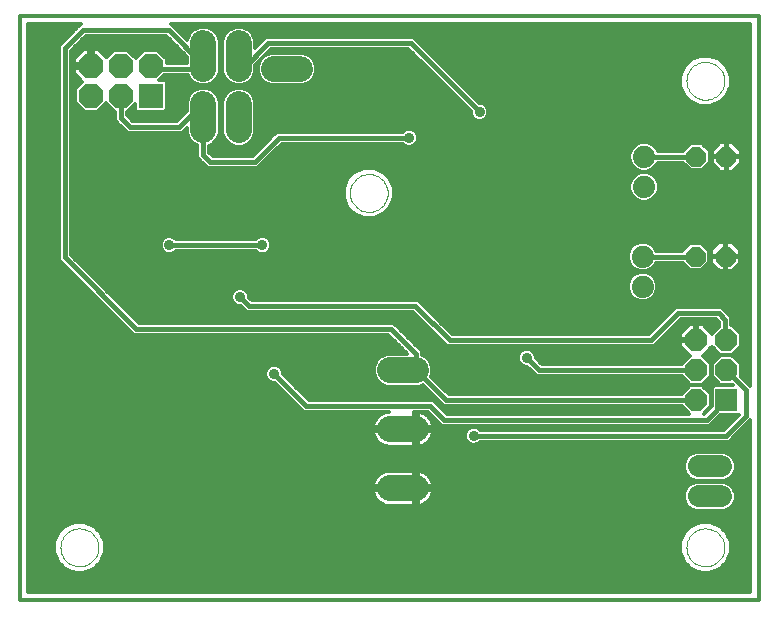
<source format=gtl>
G75*
%MOIN*%
%OFA0B0*%
%FSLAX24Y24*%
%IPPOS*%
%LPD*%
%AMOC8*
5,1,8,0,0,1.08239X$1,22.5*
%
%ADD10C,0.0120*%
%ADD11C,0.0000*%
%ADD12R,0.0740X0.0740*%
%ADD13OC8,0.0740*%
%ADD14C,0.0856*%
%ADD15OC8,0.0660*%
%ADD16C,0.0740*%
%ADD17C,0.0740*%
%ADD18OC8,0.0827*%
%ADD19R,0.0827X0.0827*%
%ADD20C,0.0354*%
%ADD21C,0.0160*%
D10*
X000185Y000357D02*
X000185Y019845D01*
X024791Y019845D01*
X024791Y000357D01*
X000185Y000357D01*
X000455Y000627D02*
X000455Y019575D01*
X002191Y019575D01*
X002076Y019460D01*
X001461Y018845D01*
X001461Y018680D01*
X001461Y011716D01*
X001578Y011599D01*
X003965Y009212D01*
X012454Y009212D01*
X013084Y008582D01*
X012408Y008582D01*
X012207Y008499D01*
X012053Y008345D01*
X011969Y008143D01*
X011969Y007925D01*
X012053Y007724D01*
X012207Y007569D01*
X012408Y007486D01*
X013483Y007486D01*
X013593Y007532D01*
X014300Y006825D01*
X015031Y006825D01*
X015040Y006834D01*
X022226Y006834D01*
X022226Y006831D01*
X022472Y006585D01*
X014391Y006585D01*
X013924Y007053D01*
X009790Y007053D01*
X008946Y007897D01*
X008946Y007970D01*
X008901Y008079D01*
X008818Y008163D01*
X008708Y008208D01*
X008590Y008208D01*
X008481Y008163D01*
X008397Y008079D01*
X008352Y007970D01*
X008352Y007852D01*
X008397Y007743D01*
X008481Y007659D01*
X008590Y007614D01*
X008663Y007614D01*
X009507Y006770D01*
X009624Y006653D01*
X012466Y006653D01*
X012380Y006639D01*
X012292Y006611D01*
X012209Y006569D01*
X012134Y006514D01*
X012069Y006449D01*
X012014Y006374D01*
X011972Y006291D01*
X011944Y006203D01*
X011931Y006126D01*
X013314Y006126D01*
X013314Y006653D01*
X013758Y006653D01*
X014109Y006303D01*
X014226Y006185D01*
X023150Y006185D01*
X023509Y006544D01*
X024125Y006544D01*
X023625Y006044D01*
X015513Y006044D01*
X015461Y006096D01*
X015352Y006141D01*
X015234Y006141D01*
X015125Y006096D01*
X015041Y006012D01*
X014996Y005903D01*
X014996Y005785D01*
X015041Y005676D01*
X015125Y005592D01*
X015234Y005547D01*
X015352Y005547D01*
X015461Y005592D01*
X015513Y005644D01*
X023791Y005644D01*
X024455Y006308D01*
X024521Y006374D01*
X024521Y000627D01*
X000455Y000627D01*
X000455Y000700D02*
X024521Y000700D01*
X024521Y000818D02*
X000455Y000818D01*
X000455Y000937D02*
X024521Y000937D01*
X024521Y001055D02*
X000455Y001055D01*
X000455Y001174D02*
X024521Y001174D01*
X024521Y001292D02*
X023195Y001292D01*
X023186Y001289D02*
X023495Y001416D01*
X023731Y001653D01*
X023859Y001961D01*
X023859Y002296D01*
X023731Y002604D01*
X023495Y002841D01*
X023186Y002968D01*
X022852Y002968D01*
X022543Y002841D01*
X022307Y002604D01*
X022179Y002296D01*
X022179Y001961D01*
X022307Y001653D01*
X022543Y001416D01*
X022852Y001289D01*
X023186Y001289D01*
X023481Y001411D02*
X024521Y001411D01*
X024521Y001529D02*
X023608Y001529D01*
X023726Y001648D02*
X024521Y001648D01*
X024521Y001766D02*
X023778Y001766D01*
X023827Y001885D02*
X024521Y001885D01*
X024521Y002003D02*
X023859Y002003D01*
X023859Y002122D02*
X024521Y002122D01*
X024521Y002240D02*
X023859Y002240D01*
X023833Y002359D02*
X024521Y002359D01*
X024521Y002477D02*
X023784Y002477D01*
X023735Y002596D02*
X024521Y002596D01*
X024521Y002714D02*
X023622Y002714D01*
X023503Y002833D02*
X024521Y002833D01*
X024521Y002951D02*
X023228Y002951D01*
X022810Y002951D02*
X002362Y002951D01*
X002320Y002968D02*
X001986Y002968D01*
X001677Y002841D01*
X001441Y002604D01*
X001313Y002296D01*
X001313Y001961D01*
X001441Y001653D01*
X001677Y001416D01*
X001986Y001289D01*
X002320Y001289D01*
X002629Y001416D01*
X002865Y001653D01*
X002993Y001961D01*
X002993Y002296D01*
X002865Y002604D01*
X002629Y002841D01*
X002320Y002968D01*
X002637Y002833D02*
X022535Y002833D01*
X022417Y002714D02*
X002755Y002714D01*
X002869Y002596D02*
X022304Y002596D01*
X022254Y002477D02*
X002918Y002477D01*
X002967Y002359D02*
X022205Y002359D01*
X022179Y002240D02*
X002993Y002240D01*
X002993Y002122D02*
X022179Y002122D01*
X022179Y002003D02*
X002993Y002003D01*
X002961Y001885D02*
X022211Y001885D01*
X022260Y001766D02*
X002912Y001766D01*
X002860Y001648D02*
X022312Y001648D01*
X022431Y001529D02*
X002741Y001529D01*
X002615Y001411D02*
X022558Y001411D01*
X022844Y001292D02*
X002328Y001292D01*
X001978Y001292D02*
X000455Y001292D01*
X000455Y001411D02*
X001692Y001411D01*
X001565Y001529D02*
X000455Y001529D01*
X000455Y001648D02*
X001446Y001648D01*
X001394Y001766D02*
X000455Y001766D01*
X000455Y001885D02*
X001345Y001885D01*
X001313Y002003D02*
X000455Y002003D01*
X000455Y002122D02*
X001313Y002122D01*
X001313Y002240D02*
X000455Y002240D01*
X000455Y002359D02*
X001339Y002359D01*
X001388Y002477D02*
X000455Y002477D01*
X000455Y002596D02*
X001437Y002596D01*
X001551Y002714D02*
X000455Y002714D01*
X000455Y002833D02*
X001669Y002833D01*
X001944Y002951D02*
X000455Y002951D01*
X000455Y003070D02*
X024521Y003070D01*
X024521Y003188D02*
X000455Y003188D01*
X000455Y003307D02*
X024521Y003307D01*
X024521Y003425D02*
X023829Y003425D01*
X023814Y003411D02*
X023952Y003549D01*
X024027Y003729D01*
X024027Y003924D01*
X023952Y004104D01*
X023814Y004242D01*
X023634Y004316D01*
X022699Y004316D01*
X022519Y004242D01*
X022381Y004104D01*
X022307Y003924D01*
X022307Y003729D01*
X022381Y003549D01*
X022519Y003411D01*
X022699Y003336D01*
X023634Y003336D01*
X023814Y003411D01*
X023947Y003544D02*
X024521Y003544D01*
X024521Y003662D02*
X023999Y003662D01*
X024027Y003781D02*
X024521Y003781D01*
X024521Y003899D02*
X024027Y003899D01*
X023988Y004018D02*
X024521Y004018D01*
X024521Y004136D02*
X023920Y004136D01*
X023784Y004255D02*
X024521Y004255D01*
X024521Y004373D02*
X023723Y004373D01*
X023634Y004336D02*
X023814Y004411D01*
X023952Y004549D01*
X024027Y004729D01*
X024027Y004924D01*
X023952Y005104D01*
X023814Y005242D01*
X023634Y005316D01*
X022699Y005316D01*
X022519Y005242D01*
X022381Y005104D01*
X022307Y004924D01*
X022307Y004729D01*
X022381Y004549D01*
X022519Y004411D01*
X022699Y004336D01*
X023634Y004336D01*
X023895Y004492D02*
X024521Y004492D01*
X024521Y004610D02*
X023978Y004610D01*
X024027Y004729D02*
X024521Y004729D01*
X024521Y004847D02*
X024027Y004847D01*
X024010Y004966D02*
X024521Y004966D01*
X024521Y005084D02*
X023961Y005084D01*
X023854Y005203D02*
X024521Y005203D01*
X024521Y005321D02*
X000455Y005321D01*
X000455Y005203D02*
X022480Y005203D01*
X022373Y005084D02*
X000455Y005084D01*
X000455Y004966D02*
X022324Y004966D01*
X022307Y004847D02*
X000455Y004847D01*
X000455Y004729D02*
X022307Y004729D01*
X022356Y004610D02*
X013662Y004610D01*
X013682Y004600D02*
X013599Y004642D01*
X013511Y004671D01*
X013434Y004683D01*
X013434Y004157D01*
X013960Y004157D01*
X013947Y004235D01*
X013919Y004323D01*
X013877Y004405D01*
X013822Y004480D01*
X013757Y004546D01*
X013682Y004600D01*
X013811Y004492D02*
X022439Y004492D01*
X022611Y004373D02*
X013893Y004373D01*
X013941Y004255D02*
X022550Y004255D01*
X022414Y004136D02*
X013434Y004136D01*
X013434Y004157D02*
X013434Y004037D01*
X013960Y004037D01*
X013947Y003959D01*
X013919Y003871D01*
X013877Y003789D01*
X013822Y003714D01*
X013757Y003648D01*
X013682Y003594D01*
X013599Y003552D01*
X013511Y003523D01*
X013434Y003511D01*
X013434Y004037D01*
X013314Y004037D01*
X013314Y003509D01*
X012471Y003509D01*
X012380Y003523D01*
X012292Y003552D01*
X012209Y003594D01*
X012134Y003648D01*
X012069Y003714D01*
X012014Y003789D01*
X011972Y003871D01*
X011944Y003959D01*
X011931Y004037D01*
X013314Y004037D01*
X013314Y004157D01*
X013314Y004685D01*
X012471Y004685D01*
X012380Y004671D01*
X012292Y004642D01*
X012209Y004600D01*
X012134Y004546D01*
X012069Y004480D01*
X012014Y004405D01*
X011972Y004323D01*
X011944Y004235D01*
X011931Y004157D01*
X013314Y004157D01*
X013434Y004157D01*
X013434Y004255D02*
X013314Y004255D01*
X013314Y004373D02*
X013434Y004373D01*
X013434Y004492D02*
X013314Y004492D01*
X013314Y004610D02*
X013434Y004610D01*
X013314Y004136D02*
X000455Y004136D01*
X000455Y004018D02*
X011934Y004018D01*
X011963Y003899D02*
X000455Y003899D01*
X000455Y003781D02*
X012020Y003781D01*
X012121Y003662D02*
X000455Y003662D01*
X000455Y003544D02*
X012317Y003544D01*
X011950Y004255D02*
X000455Y004255D01*
X000455Y004373D02*
X011998Y004373D01*
X012080Y004492D02*
X000455Y004492D01*
X000455Y004610D02*
X012229Y004610D01*
X012380Y005492D02*
X012292Y005520D01*
X012209Y005562D01*
X012134Y005617D01*
X012069Y005682D01*
X012014Y005757D01*
X011972Y005840D01*
X011944Y005928D01*
X011931Y006006D01*
X013314Y006006D01*
X013434Y006006D01*
X013434Y006126D01*
X013314Y006126D01*
X013314Y006006D01*
X013314Y005477D01*
X012471Y005477D01*
X012380Y005492D01*
X012218Y005558D02*
X000455Y005558D01*
X000455Y005440D02*
X024521Y005440D01*
X024521Y005558D02*
X015379Y005558D01*
X015207Y005558D02*
X013673Y005558D01*
X013682Y005562D02*
X013757Y005617D01*
X013822Y005682D01*
X013877Y005757D01*
X013919Y005840D01*
X013947Y005928D01*
X013960Y006006D01*
X013434Y006006D01*
X013434Y005480D01*
X013511Y005492D01*
X013599Y005520D01*
X013682Y005562D01*
X013816Y005677D02*
X015041Y005677D01*
X014996Y005795D02*
X013896Y005795D01*
X013943Y005914D02*
X015000Y005914D01*
X015061Y006032D02*
X013434Y006032D01*
X013434Y006126D02*
X013960Y006126D01*
X013947Y006203D01*
X013919Y006291D01*
X013877Y006374D01*
X013822Y006449D01*
X013757Y006514D01*
X013682Y006569D01*
X013599Y006611D01*
X013511Y006639D01*
X013434Y006651D01*
X013434Y006126D01*
X013434Y006151D02*
X013314Y006151D01*
X013314Y006269D02*
X013434Y006269D01*
X013434Y006388D02*
X013314Y006388D01*
X013314Y006506D02*
X013434Y006506D01*
X013434Y006625D02*
X013314Y006625D01*
X013556Y006625D02*
X013787Y006625D01*
X013765Y006506D02*
X013905Y006506D01*
X013867Y006388D02*
X014024Y006388D01*
X013926Y006269D02*
X014142Y006269D01*
X013956Y006151D02*
X023732Y006151D01*
X023850Y006269D02*
X023234Y006269D01*
X023352Y006388D02*
X023969Y006388D01*
X024087Y006506D02*
X023471Y006506D01*
X023142Y006743D02*
X023118Y006743D01*
X023206Y006831D02*
X022960Y006585D01*
X022985Y006585D01*
X023226Y006827D01*
X023226Y007454D01*
X023296Y007524D01*
X023943Y007524D01*
X023921Y007546D01*
X023919Y007544D01*
X023513Y007544D01*
X023226Y007831D01*
X023226Y008237D01*
X023513Y008524D01*
X023919Y008524D01*
X024206Y008237D01*
X024206Y007831D01*
X024204Y007829D01*
X024521Y007512D01*
X024521Y019575D01*
X005216Y019575D01*
X005743Y019048D01*
X005822Y019240D01*
X005976Y019394D01*
X006178Y019478D01*
X006396Y019478D01*
X006597Y019394D01*
X006752Y019240D01*
X006835Y019039D01*
X006835Y017964D01*
X006752Y017763D01*
X006597Y017609D01*
X006396Y017525D01*
X006178Y017525D01*
X005976Y017609D01*
X005822Y017763D01*
X005776Y017873D01*
X004979Y017873D01*
X004819Y017713D01*
X004994Y017713D01*
X005064Y017643D01*
X005064Y016717D01*
X004994Y016646D01*
X004068Y016646D01*
X003998Y016717D01*
X003998Y016892D01*
X003752Y016646D01*
X003731Y016646D01*
X003731Y016532D01*
X003934Y016329D01*
X005392Y016329D01*
X005739Y016676D01*
X005739Y017001D01*
X005822Y017203D01*
X005976Y017357D01*
X006178Y017440D01*
X006396Y017440D01*
X006597Y017357D01*
X006752Y017203D01*
X006835Y017001D01*
X006835Y015927D01*
X006752Y015725D01*
X006597Y015571D01*
X006462Y015515D01*
X006462Y015302D01*
X006591Y015173D01*
X007927Y015173D01*
X008621Y015868D01*
X008621Y015868D01*
X008739Y015985D01*
X012932Y015985D01*
X012984Y016037D01*
X013093Y016082D01*
X013211Y016082D01*
X013320Y016037D01*
X013404Y015953D01*
X013449Y015844D01*
X013449Y015726D01*
X013404Y015617D01*
X013320Y015533D01*
X013211Y015488D01*
X013093Y015488D01*
X012984Y015533D01*
X012932Y015585D01*
X008904Y015585D01*
X008209Y014890D01*
X008209Y014890D01*
X008092Y014773D01*
X006426Y014773D01*
X006180Y015019D01*
X006062Y015136D01*
X006062Y015536D01*
X005976Y015571D01*
X005822Y015725D01*
X005739Y015927D01*
X005739Y016111D01*
X005675Y016047D01*
X005558Y015929D01*
X003768Y015929D01*
X003448Y016249D01*
X003448Y016249D01*
X003331Y016367D01*
X003331Y016646D01*
X003310Y016646D01*
X003031Y016925D01*
X002752Y016646D01*
X002310Y016646D01*
X001998Y016959D01*
X001998Y017401D01*
X002248Y017651D01*
X001958Y017942D01*
X001958Y018120D01*
X002471Y018120D01*
X002471Y018240D01*
X002471Y018753D01*
X002294Y018753D01*
X001958Y018417D01*
X001958Y018240D01*
X002471Y018240D01*
X002591Y018240D01*
X002591Y018753D01*
X002769Y018753D01*
X003059Y018462D01*
X003310Y018713D01*
X003752Y018713D01*
X004031Y018434D01*
X004310Y018713D01*
X004752Y018713D01*
X005064Y018401D01*
X005064Y018273D01*
X005739Y018273D01*
X005739Y018486D01*
X005048Y019178D01*
X002359Y019178D01*
X001861Y018680D01*
X001861Y011882D01*
X004131Y009612D01*
X012620Y009612D01*
X012737Y009495D01*
X013574Y008658D01*
X013574Y008544D01*
X013684Y008499D01*
X013838Y008345D01*
X013922Y008143D01*
X013922Y007925D01*
X013876Y007814D01*
X014465Y007225D01*
X014866Y007225D01*
X014874Y007234D01*
X022226Y007234D01*
X022226Y007237D01*
X022513Y007524D01*
X022919Y007524D01*
X023206Y007237D01*
X023206Y006831D01*
X023206Y006862D02*
X023226Y006862D01*
X023226Y006980D02*
X023206Y006980D01*
X023206Y007099D02*
X023226Y007099D01*
X023226Y007217D02*
X023206Y007217D01*
X023226Y007336D02*
X023108Y007336D01*
X023226Y007454D02*
X022989Y007454D01*
X022919Y007544D02*
X023206Y007831D01*
X023206Y008237D01*
X022937Y008506D01*
X023244Y008813D01*
X023513Y008544D01*
X023919Y008544D01*
X024206Y008831D01*
X024206Y009237D01*
X023919Y009524D01*
X023884Y009524D01*
X023884Y009790D01*
X023766Y009907D01*
X023545Y010129D01*
X022026Y010129D01*
X021909Y010012D01*
X021131Y009234D01*
X014573Y009234D01*
X013549Y010258D01*
X013432Y010375D01*
X007895Y010375D01*
X007814Y010456D01*
X007814Y010529D01*
X007769Y010638D01*
X007686Y010722D01*
X007576Y010767D01*
X007458Y010767D01*
X007349Y010722D01*
X007265Y010638D01*
X007220Y010529D01*
X007220Y010411D01*
X007265Y010302D01*
X007349Y010218D01*
X007458Y010173D01*
X007532Y010173D01*
X007730Y009975D01*
X013266Y009975D01*
X014290Y008951D01*
X014407Y008834D01*
X021297Y008834D01*
X022192Y009729D01*
X023379Y009729D01*
X023484Y009624D01*
X023484Y009494D01*
X023244Y009255D01*
X022936Y009564D01*
X022756Y009564D01*
X022756Y009074D01*
X022676Y009074D01*
X022676Y008994D01*
X022186Y008994D01*
X022186Y008814D01*
X022495Y008506D01*
X022226Y008237D01*
X022226Y008234D01*
X017566Y008234D01*
X017362Y008438D01*
X017362Y008511D01*
X017316Y008621D01*
X017233Y008704D01*
X017124Y008749D01*
X017005Y008749D01*
X016896Y008704D01*
X016813Y008621D01*
X016767Y008511D01*
X016767Y008393D01*
X016813Y008284D01*
X016896Y008200D01*
X017005Y008155D01*
X017079Y008155D01*
X017400Y007834D01*
X022226Y007834D01*
X022226Y007831D01*
X022513Y007544D01*
X022919Y007544D01*
X022948Y007573D02*
X023485Y007573D01*
X023366Y007691D02*
X023066Y007691D01*
X023185Y007810D02*
X023248Y007810D01*
X023226Y007928D02*
X023206Y007928D01*
X023206Y008047D02*
X023226Y008047D01*
X023226Y008165D02*
X023206Y008165D01*
X023160Y008284D02*
X023273Y008284D01*
X023391Y008402D02*
X023041Y008402D01*
X022952Y008521D02*
X023510Y008521D01*
X023418Y008639D02*
X023071Y008639D01*
X023189Y008758D02*
X023300Y008758D01*
X022756Y009113D02*
X022676Y009113D01*
X022676Y009074D02*
X022676Y009564D01*
X022497Y009564D01*
X022186Y009254D01*
X022186Y009074D01*
X022676Y009074D01*
X022676Y008995D02*
X021457Y008995D01*
X021576Y009113D02*
X022186Y009113D01*
X022186Y009232D02*
X021694Y009232D01*
X021813Y009350D02*
X022283Y009350D01*
X022401Y009469D02*
X021931Y009469D01*
X022050Y009587D02*
X023484Y009587D01*
X023458Y009469D02*
X023031Y009469D01*
X023150Y009350D02*
X023339Y009350D01*
X023403Y009706D02*
X022168Y009706D01*
X021840Y009943D02*
X013864Y009943D01*
X013746Y010061D02*
X021958Y010061D01*
X021721Y009824D02*
X013983Y009824D01*
X014101Y009706D02*
X021603Y009706D01*
X021484Y009587D02*
X014220Y009587D01*
X014338Y009469D02*
X021366Y009469D01*
X021247Y009350D02*
X014457Y009350D01*
X014128Y009113D02*
X013119Y009113D01*
X013237Y008995D02*
X014246Y008995D01*
X014365Y008876D02*
X013356Y008876D01*
X013474Y008758D02*
X022243Y008758D01*
X022186Y008876D02*
X021339Y008876D01*
X022362Y008639D02*
X017298Y008639D01*
X017358Y008521D02*
X022480Y008521D01*
X022391Y008402D02*
X017398Y008402D01*
X017516Y008284D02*
X022273Y008284D01*
X022248Y007810D02*
X013881Y007810D01*
X013922Y007928D02*
X017306Y007928D01*
X017187Y008047D02*
X013922Y008047D01*
X013913Y008165D02*
X016982Y008165D01*
X016813Y008284D02*
X013864Y008284D01*
X013781Y008402D02*
X016767Y008402D01*
X016771Y008521D02*
X013631Y008521D01*
X013574Y008639D02*
X016831Y008639D01*
X014355Y007336D02*
X022325Y007336D01*
X022443Y007454D02*
X014236Y007454D01*
X014118Y007573D02*
X022485Y007573D01*
X022366Y007691D02*
X013999Y007691D01*
X013671Y007454D02*
X009389Y007454D01*
X009507Y007336D02*
X013789Y007336D01*
X013908Y007217D02*
X009626Y007217D01*
X009744Y007099D02*
X014026Y007099D01*
X013997Y006980D02*
X014145Y006980D01*
X014115Y006862D02*
X014263Y006862D01*
X014234Y006743D02*
X022314Y006743D01*
X022433Y006625D02*
X014352Y006625D01*
X013434Y005914D02*
X013314Y005914D01*
X013314Y006032D02*
X000455Y006032D01*
X000455Y005914D02*
X011948Y005914D01*
X011995Y005795D02*
X000455Y005795D01*
X000455Y005677D02*
X012075Y005677D01*
X011935Y006151D02*
X000455Y006151D01*
X000455Y006269D02*
X011965Y006269D01*
X012024Y006388D02*
X000455Y006388D01*
X000455Y006506D02*
X012126Y006506D01*
X012334Y006625D02*
X000455Y006625D01*
X000455Y006743D02*
X009534Y006743D01*
X009416Y006862D02*
X000455Y006862D01*
X000455Y006980D02*
X009297Y006980D01*
X009179Y007099D02*
X000455Y007099D01*
X000455Y007217D02*
X009060Y007217D01*
X008942Y007336D02*
X000455Y007336D01*
X000455Y007454D02*
X008823Y007454D01*
X008705Y007573D02*
X000455Y007573D01*
X000455Y007691D02*
X008449Y007691D01*
X008370Y007810D02*
X000455Y007810D01*
X000455Y007928D02*
X008352Y007928D01*
X008384Y008047D02*
X000455Y008047D01*
X000455Y008165D02*
X008486Y008165D01*
X008812Y008165D02*
X011978Y008165D01*
X011969Y008047D02*
X008915Y008047D01*
X008946Y007928D02*
X011969Y007928D01*
X012017Y007810D02*
X009033Y007810D01*
X009152Y007691D02*
X012085Y007691D01*
X012204Y007573D02*
X009270Y007573D01*
X012027Y008284D02*
X000455Y008284D01*
X000455Y008402D02*
X012110Y008402D01*
X012259Y008521D02*
X000455Y008521D01*
X000455Y008639D02*
X013027Y008639D01*
X012909Y008758D02*
X000455Y008758D01*
X000455Y008876D02*
X012790Y008876D01*
X012672Y008995D02*
X000455Y008995D01*
X000455Y009113D02*
X012553Y009113D01*
X012882Y009350D02*
X013891Y009350D01*
X014009Y009232D02*
X013000Y009232D01*
X012763Y009469D02*
X013772Y009469D01*
X013654Y009587D02*
X012645Y009587D01*
X013298Y009943D02*
X003800Y009943D01*
X003682Y010061D02*
X007643Y010061D01*
X007442Y010180D02*
X003563Y010180D01*
X003445Y010298D02*
X007269Y010298D01*
X007220Y010417D02*
X003326Y010417D01*
X003208Y010535D02*
X007223Y010535D01*
X007281Y010654D02*
X003089Y010654D01*
X002971Y010772D02*
X020438Y010772D01*
X020438Y010726D02*
X020512Y010546D01*
X020650Y010408D01*
X020830Y010333D01*
X021025Y010333D01*
X021205Y010408D01*
X021343Y010546D01*
X021418Y010726D01*
X021418Y010921D01*
X021343Y011101D01*
X021205Y011239D01*
X021025Y011313D01*
X020830Y011313D01*
X020650Y011239D01*
X020512Y011101D01*
X020438Y010921D01*
X020438Y010726D01*
X020468Y010654D02*
X007754Y010654D01*
X007812Y010535D02*
X020523Y010535D01*
X020642Y010417D02*
X007854Y010417D01*
X008196Y011895D02*
X008315Y011895D01*
X008424Y011941D01*
X008507Y012024D01*
X008553Y012133D01*
X008553Y012252D01*
X008507Y012361D01*
X008424Y012444D01*
X008315Y012490D01*
X008196Y012490D01*
X008087Y012444D01*
X008035Y012392D01*
X005375Y012392D01*
X005323Y012444D01*
X005214Y012490D01*
X005096Y012490D01*
X004987Y012444D01*
X004903Y012361D01*
X004858Y012252D01*
X004858Y012133D01*
X004903Y012024D01*
X004987Y011941D01*
X005096Y011895D01*
X005214Y011895D01*
X005323Y011941D01*
X005375Y011992D01*
X008035Y011992D01*
X008087Y011941D01*
X008196Y011895D01*
X008071Y011957D02*
X005340Y011957D01*
X004970Y011957D02*
X001861Y011957D01*
X001861Y012076D02*
X004882Y012076D01*
X004858Y012194D02*
X001861Y012194D01*
X001861Y012313D02*
X004883Y012313D01*
X004973Y012431D02*
X001861Y012431D01*
X001861Y012550D02*
X024521Y012550D01*
X024521Y012668D02*
X001861Y012668D01*
X001861Y012787D02*
X024521Y012787D01*
X024521Y012905D02*
X001861Y012905D01*
X001861Y013024D02*
X024521Y013024D01*
X024521Y013142D02*
X012068Y013142D01*
X011966Y013100D02*
X012275Y013227D01*
X012511Y013464D01*
X012639Y013772D01*
X012639Y014107D01*
X012511Y014415D01*
X012275Y014652D01*
X011966Y014779D01*
X011632Y014779D01*
X011323Y014652D01*
X011087Y014415D01*
X010959Y014107D01*
X010959Y013772D01*
X011087Y013464D01*
X011323Y013227D01*
X011632Y013100D01*
X011966Y013100D01*
X012308Y013261D02*
X024521Y013261D01*
X024521Y013379D02*
X012426Y013379D01*
X012525Y013498D02*
X024521Y013498D01*
X024521Y013616D02*
X012574Y013616D01*
X012623Y013735D02*
X020695Y013735D01*
X020699Y013730D02*
X020879Y013655D01*
X021074Y013655D01*
X021254Y013730D01*
X021392Y013868D01*
X021467Y014048D01*
X021467Y014243D01*
X021392Y014423D01*
X021254Y014561D01*
X021074Y014635D01*
X020879Y014635D01*
X020699Y014561D01*
X020562Y014423D01*
X020487Y014243D01*
X020487Y014048D01*
X020562Y013868D01*
X020699Y013730D01*
X020576Y013853D02*
X012639Y013853D01*
X012639Y013972D02*
X020519Y013972D01*
X020487Y014090D02*
X012639Y014090D01*
X012596Y014209D02*
X020487Y014209D01*
X020522Y014327D02*
X012547Y014327D01*
X012481Y014446D02*
X020584Y014446D01*
X020708Y014564D02*
X012362Y014564D01*
X012200Y014683D02*
X020814Y014683D01*
X020879Y014655D02*
X020699Y014730D01*
X020562Y014868D01*
X020487Y015048D01*
X020487Y015243D01*
X020562Y015423D01*
X020699Y015561D01*
X020879Y015635D01*
X021074Y015635D01*
X021254Y015561D01*
X021392Y015423D01*
X021424Y015345D01*
X022280Y015345D01*
X022530Y015595D01*
X022902Y015595D01*
X023166Y015332D01*
X023166Y014959D01*
X022902Y014695D01*
X022530Y014695D01*
X022280Y014945D01*
X021424Y014945D01*
X021392Y014868D01*
X021254Y014730D01*
X021074Y014655D01*
X020879Y014655D01*
X021140Y014683D02*
X023486Y014683D01*
X023513Y014655D02*
X023696Y014655D01*
X023696Y015125D01*
X023736Y015125D01*
X023736Y014655D01*
X023919Y014655D01*
X024206Y014942D01*
X024206Y015125D01*
X023736Y015125D01*
X023736Y015165D01*
X024206Y015165D01*
X024206Y015348D01*
X023919Y015635D01*
X023736Y015635D01*
X023736Y015165D01*
X023696Y015165D01*
X023696Y015125D01*
X023226Y015125D01*
X023226Y014942D01*
X023513Y014655D01*
X023696Y014683D02*
X023736Y014683D01*
X023736Y014801D02*
X023696Y014801D01*
X023696Y014920D02*
X023736Y014920D01*
X023736Y015038D02*
X023696Y015038D01*
X023696Y015157D02*
X023166Y015157D01*
X023226Y015165D02*
X023696Y015165D01*
X023696Y015635D01*
X023513Y015635D01*
X023226Y015348D01*
X023226Y015165D01*
X023226Y015275D02*
X023166Y015275D01*
X023104Y015394D02*
X023271Y015394D01*
X023390Y015512D02*
X022986Y015512D01*
X023166Y015038D02*
X023226Y015038D01*
X023249Y014920D02*
X023127Y014920D01*
X023008Y014801D02*
X023367Y014801D01*
X023736Y015157D02*
X024521Y015157D01*
X024521Y015275D02*
X024206Y015275D01*
X024161Y015394D02*
X024521Y015394D01*
X024521Y015512D02*
X024042Y015512D01*
X023924Y015631D02*
X024521Y015631D01*
X024521Y015749D02*
X013449Y015749D01*
X013440Y015868D02*
X024521Y015868D01*
X024521Y015986D02*
X013371Y015986D01*
X013410Y015631D02*
X020868Y015631D01*
X021086Y015631D02*
X023508Y015631D01*
X023696Y015631D02*
X023736Y015631D01*
X023736Y015512D02*
X023696Y015512D01*
X023696Y015394D02*
X023736Y015394D01*
X023736Y015275D02*
X023696Y015275D01*
X024206Y015038D02*
X024521Y015038D01*
X024521Y014920D02*
X024183Y014920D01*
X024065Y014801D02*
X024521Y014801D01*
X024521Y014683D02*
X023946Y014683D01*
X024521Y014564D02*
X021246Y014564D01*
X021370Y014446D02*
X024521Y014446D01*
X024521Y014327D02*
X021432Y014327D01*
X021467Y014209D02*
X024521Y014209D01*
X024521Y014090D02*
X021467Y014090D01*
X021435Y013972D02*
X024521Y013972D01*
X024521Y013853D02*
X021378Y013853D01*
X021259Y013735D02*
X024521Y013735D01*
X024521Y012431D02*
X008437Y012431D01*
X008527Y012313D02*
X020828Y012313D01*
X020830Y012313D02*
X020650Y012239D01*
X020512Y012101D01*
X020438Y011921D01*
X020438Y011726D01*
X020512Y011546D01*
X020650Y011408D01*
X020830Y011333D01*
X021025Y011333D01*
X021205Y011408D01*
X021343Y011546D01*
X021375Y011623D01*
X022255Y011623D01*
X022505Y011373D01*
X022878Y011373D01*
X023141Y011637D01*
X023141Y012010D01*
X022878Y012273D01*
X022505Y012273D01*
X022255Y012023D01*
X021375Y012023D01*
X021343Y012101D01*
X021205Y012239D01*
X021025Y012313D01*
X020830Y012313D01*
X021027Y012313D02*
X023488Y012313D01*
X023489Y012313D02*
X023201Y012026D01*
X023201Y011843D01*
X023671Y011843D01*
X023671Y011803D01*
X023201Y011803D01*
X023201Y011620D01*
X023489Y011333D01*
X023671Y011333D01*
X023671Y011803D01*
X023711Y011803D01*
X023711Y011333D01*
X023894Y011333D01*
X024181Y011620D01*
X024181Y011803D01*
X023712Y011803D01*
X023712Y011843D01*
X024181Y011843D01*
X024181Y012026D01*
X023894Y012313D01*
X023711Y012313D01*
X023711Y011843D01*
X023671Y011843D01*
X023671Y012313D01*
X023489Y012313D01*
X023369Y012194D02*
X022957Y012194D01*
X023076Y012076D02*
X023251Y012076D01*
X023201Y011957D02*
X023141Y011957D01*
X023141Y011839D02*
X023671Y011839D01*
X023712Y011839D02*
X024521Y011839D01*
X024521Y011957D02*
X024181Y011957D01*
X024132Y012076D02*
X024521Y012076D01*
X024521Y012194D02*
X024014Y012194D01*
X023895Y012313D02*
X024521Y012313D01*
X024521Y011720D02*
X024181Y011720D01*
X024163Y011602D02*
X024521Y011602D01*
X024521Y011483D02*
X024044Y011483D01*
X023926Y011365D02*
X024521Y011365D01*
X024521Y011246D02*
X021188Y011246D01*
X021100Y011365D02*
X023457Y011365D01*
X023339Y011483D02*
X022988Y011483D01*
X023106Y011602D02*
X023220Y011602D01*
X023201Y011720D02*
X023141Y011720D01*
X023671Y011720D02*
X023711Y011720D01*
X023711Y011602D02*
X023671Y011602D01*
X023671Y011483D02*
X023711Y011483D01*
X023711Y011365D02*
X023671Y011365D01*
X023671Y011957D02*
X023711Y011957D01*
X023711Y012076D02*
X023671Y012076D01*
X023671Y012194D02*
X023711Y012194D01*
X023711Y012313D02*
X023671Y012313D01*
X022426Y012194D02*
X021250Y012194D01*
X021354Y012076D02*
X022307Y012076D01*
X022277Y011602D02*
X021366Y011602D01*
X021280Y011483D02*
X022395Y011483D01*
X021381Y011009D02*
X024521Y011009D01*
X024521Y010891D02*
X021418Y010891D01*
X021418Y010772D02*
X024521Y010772D01*
X024521Y010654D02*
X021388Y010654D01*
X021332Y010535D02*
X024521Y010535D01*
X024521Y010417D02*
X021214Y010417D01*
X021317Y011128D02*
X024521Y011128D01*
X024521Y010298D02*
X013509Y010298D01*
X013549Y010258D02*
X013549Y010258D01*
X013627Y010180D02*
X024521Y010180D01*
X024521Y010061D02*
X023613Y010061D01*
X023731Y009943D02*
X024521Y009943D01*
X024521Y009824D02*
X023850Y009824D01*
X023884Y009706D02*
X024521Y009706D01*
X024521Y009587D02*
X023884Y009587D01*
X023975Y009469D02*
X024521Y009469D01*
X024521Y009350D02*
X024093Y009350D01*
X024206Y009232D02*
X024521Y009232D01*
X024521Y009113D02*
X024206Y009113D01*
X024206Y008995D02*
X024521Y008995D01*
X024521Y008876D02*
X024206Y008876D01*
X024133Y008758D02*
X024521Y008758D01*
X024521Y008639D02*
X024014Y008639D01*
X023923Y008521D02*
X024521Y008521D01*
X024521Y008402D02*
X024041Y008402D01*
X024160Y008284D02*
X024521Y008284D01*
X024521Y008165D02*
X024206Y008165D01*
X024206Y008047D02*
X024521Y008047D01*
X024521Y007928D02*
X024206Y007928D01*
X024223Y007810D02*
X024521Y007810D01*
X024521Y007691D02*
X024342Y007691D01*
X024460Y007573D02*
X024521Y007573D01*
X024521Y006269D02*
X024416Y006269D01*
X024521Y006151D02*
X024298Y006151D01*
X024179Y006032D02*
X024521Y006032D01*
X024521Y005914D02*
X024061Y005914D01*
X023942Y005795D02*
X024521Y005795D01*
X024521Y005677D02*
X023824Y005677D01*
X023024Y006625D02*
X023000Y006625D01*
X022756Y009232D02*
X022676Y009232D01*
X022676Y009350D02*
X022756Y009350D01*
X022756Y009469D02*
X022676Y009469D01*
X020438Y010891D02*
X002852Y010891D01*
X002734Y011009D02*
X020474Y011009D01*
X020539Y011128D02*
X002615Y011128D01*
X002497Y011246D02*
X020668Y011246D01*
X020755Y011365D02*
X002378Y011365D01*
X002260Y011483D02*
X020575Y011483D01*
X020489Y011602D02*
X002141Y011602D01*
X002023Y011720D02*
X020440Y011720D01*
X020438Y011839D02*
X001904Y011839D01*
X001575Y011602D02*
X000455Y011602D01*
X000455Y011720D02*
X001461Y011720D01*
X001461Y011839D02*
X000455Y011839D01*
X000455Y011957D02*
X001461Y011957D01*
X001461Y012076D02*
X000455Y012076D01*
X000455Y012194D02*
X001461Y012194D01*
X001461Y012313D02*
X000455Y012313D01*
X000455Y012431D02*
X001461Y012431D01*
X001461Y012550D02*
X000455Y012550D01*
X000455Y012668D02*
X001461Y012668D01*
X001461Y012787D02*
X000455Y012787D01*
X000455Y012905D02*
X001461Y012905D01*
X001461Y013024D02*
X000455Y013024D01*
X000455Y013142D02*
X001461Y013142D01*
X001461Y013261D02*
X000455Y013261D01*
X000455Y013379D02*
X001461Y013379D01*
X001461Y013498D02*
X000455Y013498D01*
X000455Y013616D02*
X001461Y013616D01*
X001461Y013735D02*
X000455Y013735D01*
X000455Y013853D02*
X001461Y013853D01*
X001461Y013972D02*
X000455Y013972D01*
X000455Y014090D02*
X001461Y014090D01*
X001461Y014209D02*
X000455Y014209D01*
X000455Y014327D02*
X001461Y014327D01*
X001461Y014446D02*
X000455Y014446D01*
X000455Y014564D02*
X001461Y014564D01*
X001461Y014683D02*
X000455Y014683D01*
X000455Y014801D02*
X001461Y014801D01*
X001461Y014920D02*
X000455Y014920D01*
X000455Y015038D02*
X001461Y015038D01*
X001461Y015157D02*
X000455Y015157D01*
X000455Y015275D02*
X001461Y015275D01*
X001461Y015394D02*
X000455Y015394D01*
X000455Y015512D02*
X001461Y015512D01*
X001461Y015631D02*
X000455Y015631D01*
X000455Y015749D02*
X001461Y015749D01*
X001461Y015868D02*
X000455Y015868D01*
X000455Y015986D02*
X001461Y015986D01*
X001461Y016105D02*
X000455Y016105D01*
X000455Y016223D02*
X001461Y016223D01*
X001461Y016342D02*
X000455Y016342D01*
X000455Y016460D02*
X001461Y016460D01*
X001461Y016579D02*
X000455Y016579D01*
X000455Y016697D02*
X001461Y016697D01*
X001461Y016816D02*
X000455Y016816D01*
X000455Y016934D02*
X001461Y016934D01*
X001461Y017053D02*
X000455Y017053D01*
X000455Y017171D02*
X001461Y017171D01*
X001461Y017290D02*
X000455Y017290D01*
X000455Y017408D02*
X001461Y017408D01*
X001461Y017527D02*
X000455Y017527D01*
X000455Y017645D02*
X001461Y017645D01*
X001461Y017764D02*
X000455Y017764D01*
X000455Y017882D02*
X001461Y017882D01*
X001461Y018001D02*
X000455Y018001D01*
X000455Y018119D02*
X001461Y018119D01*
X001461Y018238D02*
X000455Y018238D01*
X000455Y018356D02*
X001461Y018356D01*
X001461Y018475D02*
X000455Y018475D01*
X000455Y018593D02*
X001461Y018593D01*
X001461Y018712D02*
X000455Y018712D01*
X000455Y018830D02*
X001461Y018830D01*
X001564Y018949D02*
X000455Y018949D01*
X000455Y019067D02*
X001683Y019067D01*
X001801Y019186D02*
X000455Y019186D01*
X000455Y019304D02*
X001920Y019304D01*
X002038Y019423D02*
X000455Y019423D01*
X000455Y019541D02*
X002157Y019541D01*
X002249Y019067D02*
X005158Y019067D01*
X005277Y018949D02*
X002130Y018949D01*
X002012Y018830D02*
X005395Y018830D01*
X005514Y018712D02*
X004754Y018712D01*
X004872Y018593D02*
X005632Y018593D01*
X005739Y018475D02*
X004991Y018475D01*
X005064Y018356D02*
X005739Y018356D01*
X005822Y017764D02*
X004869Y017764D01*
X005062Y017645D02*
X005940Y017645D01*
X006175Y017527D02*
X005064Y017527D01*
X005064Y017408D02*
X006100Y017408D01*
X005909Y017290D02*
X005064Y017290D01*
X005064Y017171D02*
X005809Y017171D01*
X005760Y017053D02*
X005064Y017053D01*
X005064Y016934D02*
X005739Y016934D01*
X005739Y016816D02*
X005064Y016816D01*
X005045Y016697D02*
X005739Y016697D01*
X005641Y016579D02*
X003731Y016579D01*
X003803Y016697D02*
X004017Y016697D01*
X003998Y016816D02*
X003921Y016816D01*
X003803Y016460D02*
X005523Y016460D01*
X005404Y016342D02*
X003922Y016342D01*
X003593Y016105D02*
X001861Y016105D01*
X001861Y016223D02*
X003475Y016223D01*
X003356Y016342D02*
X001861Y016342D01*
X001861Y016460D02*
X003331Y016460D01*
X003331Y016579D02*
X001861Y016579D01*
X001861Y016697D02*
X002259Y016697D01*
X002141Y016816D02*
X001861Y016816D01*
X001861Y016934D02*
X002022Y016934D01*
X001998Y017053D02*
X001861Y017053D01*
X001861Y017171D02*
X001998Y017171D01*
X001998Y017290D02*
X001861Y017290D01*
X001861Y017408D02*
X002005Y017408D01*
X002124Y017527D02*
X001861Y017527D01*
X001861Y017645D02*
X002242Y017645D01*
X002136Y017764D02*
X001861Y017764D01*
X001861Y017882D02*
X002018Y017882D01*
X001958Y018001D02*
X001861Y018001D01*
X001861Y018119D02*
X001958Y018119D01*
X001861Y018238D02*
X002471Y018238D01*
X002471Y018356D02*
X002591Y018356D01*
X002591Y018475D02*
X002471Y018475D01*
X002471Y018593D02*
X002591Y018593D01*
X002591Y018712D02*
X002471Y018712D01*
X002252Y018712D02*
X001893Y018712D01*
X001861Y018593D02*
X002134Y018593D01*
X002015Y018475D02*
X001861Y018475D01*
X001861Y018356D02*
X001958Y018356D01*
X002810Y018712D02*
X003309Y018712D01*
X003190Y018593D02*
X002929Y018593D01*
X003047Y018475D02*
X003072Y018475D01*
X003754Y018712D02*
X004309Y018712D01*
X004190Y018593D02*
X003872Y018593D01*
X003991Y018475D02*
X004072Y018475D01*
X005250Y019541D02*
X024521Y019541D01*
X024521Y019423D02*
X007711Y019423D01*
X007779Y019394D02*
X007577Y019478D01*
X007359Y019478D01*
X007158Y019394D01*
X007003Y019240D01*
X006920Y019039D01*
X006920Y017964D01*
X007003Y017763D01*
X007158Y017609D01*
X007359Y017525D01*
X007577Y017525D01*
X007779Y017609D01*
X007933Y017763D01*
X008016Y017964D01*
X008016Y018216D01*
X008535Y018735D01*
X013118Y018735D01*
X015193Y016661D01*
X015193Y016587D01*
X015238Y016478D01*
X015321Y016394D01*
X015431Y016349D01*
X015549Y016349D01*
X015658Y016394D01*
X015742Y016478D01*
X015787Y016587D01*
X015787Y016705D01*
X015742Y016815D01*
X015658Y016898D01*
X015549Y016943D01*
X015475Y016943D01*
X013401Y019017D01*
X013284Y019135D01*
X008369Y019135D01*
X008016Y018781D01*
X008016Y019039D01*
X007933Y019240D01*
X007779Y019394D01*
X007869Y019304D02*
X024521Y019304D01*
X024521Y019186D02*
X007955Y019186D01*
X008004Y019067D02*
X008302Y019067D01*
X008183Y018949D02*
X008016Y018949D01*
X008016Y018830D02*
X008065Y018830D01*
X008339Y018538D02*
X008540Y018622D01*
X009615Y018622D01*
X009816Y018538D01*
X009970Y018384D01*
X010054Y018182D01*
X010054Y017964D01*
X009970Y017763D01*
X009816Y017609D01*
X009615Y017525D01*
X008540Y017525D01*
X008339Y017609D01*
X008184Y017763D01*
X008101Y017964D01*
X008101Y018182D01*
X008184Y018384D01*
X008339Y018538D01*
X008394Y018593D02*
X008471Y018593D01*
X008512Y018712D02*
X013142Y018712D01*
X013260Y018593D02*
X009683Y018593D01*
X009880Y018475D02*
X013379Y018475D01*
X013497Y018356D02*
X009982Y018356D01*
X010031Y018238D02*
X013616Y018238D01*
X013734Y018119D02*
X010054Y018119D01*
X010054Y018001D02*
X013853Y018001D01*
X013971Y017882D02*
X010020Y017882D01*
X009970Y017764D02*
X014090Y017764D01*
X014208Y017645D02*
X009852Y017645D01*
X009618Y017527D02*
X014327Y017527D01*
X014445Y017408D02*
X007655Y017408D01*
X007577Y017440D02*
X007359Y017440D01*
X007158Y017357D01*
X007003Y017203D01*
X006920Y017001D01*
X006920Y015927D01*
X007003Y015725D01*
X007158Y015571D01*
X007359Y015488D01*
X007577Y015488D01*
X007779Y015571D01*
X007933Y015725D01*
X008016Y015927D01*
X008016Y017001D01*
X007933Y017203D01*
X007779Y017357D01*
X007577Y017440D01*
X007580Y017527D02*
X008537Y017527D01*
X008302Y017645D02*
X007815Y017645D01*
X007933Y017764D02*
X008184Y017764D01*
X008135Y017882D02*
X007982Y017882D01*
X008016Y018001D02*
X008101Y018001D01*
X008101Y018119D02*
X008016Y018119D01*
X008038Y018238D02*
X008124Y018238D01*
X008157Y018356D02*
X008173Y018356D01*
X008275Y018475D02*
X008275Y018475D01*
X007121Y017645D02*
X006634Y017645D01*
X006752Y017764D02*
X007003Y017764D01*
X006954Y017882D02*
X006801Y017882D01*
X006835Y018001D02*
X006920Y018001D01*
X006920Y018119D02*
X006835Y018119D01*
X006835Y018238D02*
X006920Y018238D01*
X006920Y018356D02*
X006835Y018356D01*
X006835Y018475D02*
X006920Y018475D01*
X006920Y018593D02*
X006835Y018593D01*
X006835Y018712D02*
X006920Y018712D01*
X006920Y018830D02*
X006835Y018830D01*
X006835Y018949D02*
X006920Y018949D01*
X006932Y019067D02*
X006823Y019067D01*
X006774Y019186D02*
X006981Y019186D01*
X007067Y019304D02*
X006688Y019304D01*
X006529Y019423D02*
X007226Y019423D01*
X006044Y019423D02*
X005368Y019423D01*
X005487Y019304D02*
X005886Y019304D01*
X005800Y019186D02*
X005605Y019186D01*
X005724Y019067D02*
X005751Y019067D01*
X006399Y017527D02*
X007356Y017527D01*
X007281Y017408D02*
X006474Y017408D01*
X006665Y017290D02*
X007090Y017290D01*
X006990Y017171D02*
X006765Y017171D01*
X006814Y017053D02*
X006941Y017053D01*
X006920Y016934D02*
X006835Y016934D01*
X006835Y016816D02*
X006920Y016816D01*
X006920Y016697D02*
X006835Y016697D01*
X006835Y016579D02*
X006920Y016579D01*
X006920Y016460D02*
X006835Y016460D01*
X006835Y016342D02*
X006920Y016342D01*
X006920Y016223D02*
X006835Y016223D01*
X006835Y016105D02*
X006920Y016105D01*
X006920Y015986D02*
X006835Y015986D01*
X006811Y015868D02*
X006945Y015868D01*
X006994Y015749D02*
X006761Y015749D01*
X006657Y015631D02*
X007098Y015631D01*
X007301Y015512D02*
X006462Y015512D01*
X006462Y015394D02*
X008147Y015394D01*
X008266Y015512D02*
X007636Y015512D01*
X007838Y015631D02*
X008384Y015631D01*
X008503Y015749D02*
X007943Y015749D01*
X007992Y015868D02*
X008621Y015868D01*
X008831Y015512D02*
X013035Y015512D01*
X013270Y015512D02*
X020651Y015512D01*
X020549Y015394D02*
X008713Y015394D01*
X008594Y015275D02*
X020500Y015275D01*
X020487Y015157D02*
X008476Y015157D01*
X008357Y015038D02*
X020491Y015038D01*
X020540Y014920D02*
X008239Y014920D01*
X008120Y014801D02*
X020628Y014801D01*
X021326Y014801D02*
X022424Y014801D01*
X022305Y014920D02*
X021414Y014920D01*
X021404Y015394D02*
X022328Y015394D01*
X022447Y015512D02*
X021303Y015512D01*
X022543Y016968D02*
X022852Y016840D01*
X023186Y016840D01*
X023495Y016968D01*
X023731Y017204D01*
X023859Y017513D01*
X023859Y017847D01*
X023731Y018155D01*
X023495Y018392D01*
X023186Y018520D01*
X022852Y018520D01*
X022543Y018392D01*
X022307Y018155D01*
X022179Y017847D01*
X022179Y017513D01*
X022307Y017204D01*
X022543Y016968D01*
X022625Y016934D02*
X015571Y016934D01*
X015741Y016816D02*
X024521Y016816D01*
X024521Y016934D02*
X023414Y016934D01*
X023580Y017053D02*
X024521Y017053D01*
X024521Y017171D02*
X023698Y017171D01*
X023767Y017290D02*
X024521Y017290D01*
X024521Y017408D02*
X023816Y017408D01*
X023859Y017527D02*
X024521Y017527D01*
X024521Y017645D02*
X023859Y017645D01*
X023859Y017764D02*
X024521Y017764D01*
X024521Y017882D02*
X023845Y017882D01*
X023795Y018001D02*
X024521Y018001D01*
X024521Y018119D02*
X023746Y018119D01*
X023649Y018238D02*
X024521Y018238D01*
X024521Y018356D02*
X023531Y018356D01*
X023295Y018475D02*
X024521Y018475D01*
X024521Y018593D02*
X013826Y018593D01*
X013944Y018475D02*
X022743Y018475D01*
X022508Y018356D02*
X014063Y018356D01*
X014181Y018238D02*
X022389Y018238D01*
X022292Y018119D02*
X014300Y018119D01*
X014418Y018001D02*
X022243Y018001D01*
X022194Y017882D02*
X014537Y017882D01*
X014655Y017764D02*
X022179Y017764D01*
X022179Y017645D02*
X014774Y017645D01*
X014892Y017527D02*
X022179Y017527D01*
X022223Y017408D02*
X015011Y017408D01*
X015129Y017290D02*
X022272Y017290D01*
X022340Y017171D02*
X015248Y017171D01*
X015366Y017053D02*
X022459Y017053D01*
X024521Y016697D02*
X015787Y016697D01*
X015783Y016579D02*
X024521Y016579D01*
X024521Y016460D02*
X015724Y016460D01*
X015256Y016460D02*
X008016Y016460D01*
X008016Y016342D02*
X024521Y016342D01*
X024521Y016223D02*
X008016Y016223D01*
X008016Y016105D02*
X024521Y016105D01*
X024521Y018712D02*
X013707Y018712D01*
X013589Y018830D02*
X024521Y018830D01*
X024521Y018949D02*
X013470Y018949D01*
X013352Y019067D02*
X024521Y019067D01*
X020605Y012194D02*
X008553Y012194D01*
X008529Y012076D02*
X020502Y012076D01*
X020453Y011957D02*
X008440Y011957D01*
X008074Y012431D02*
X005337Y012431D01*
X006398Y014801D02*
X001861Y014801D01*
X001861Y014683D02*
X011398Y014683D01*
X011235Y014564D02*
X001861Y014564D01*
X001861Y014446D02*
X011117Y014446D01*
X011050Y014327D02*
X001861Y014327D01*
X001861Y014209D02*
X011001Y014209D01*
X010959Y014090D02*
X001861Y014090D01*
X001861Y013972D02*
X010959Y013972D01*
X010959Y013853D02*
X001861Y013853D01*
X001861Y013735D02*
X010975Y013735D01*
X011024Y013616D02*
X001861Y013616D01*
X001861Y013498D02*
X011073Y013498D01*
X011171Y013379D02*
X001861Y013379D01*
X001861Y013261D02*
X011290Y013261D01*
X011529Y013142D02*
X001861Y013142D01*
X001694Y011483D02*
X000455Y011483D01*
X000455Y011365D02*
X001812Y011365D01*
X001931Y011246D02*
X000455Y011246D01*
X000455Y011128D02*
X002049Y011128D01*
X002168Y011009D02*
X000455Y011009D01*
X000455Y010891D02*
X002286Y010891D01*
X002405Y010772D02*
X000455Y010772D01*
X000455Y010654D02*
X002523Y010654D01*
X002642Y010535D02*
X000455Y010535D01*
X000455Y010417D02*
X002760Y010417D01*
X002879Y010298D02*
X000455Y010298D01*
X000455Y010180D02*
X002997Y010180D01*
X003116Y010061D02*
X000455Y010061D01*
X000455Y009943D02*
X003234Y009943D01*
X003353Y009824D02*
X000455Y009824D01*
X000455Y009706D02*
X003471Y009706D01*
X003590Y009587D02*
X000455Y009587D01*
X000455Y009469D02*
X003708Y009469D01*
X003827Y009350D02*
X000455Y009350D01*
X000455Y009232D02*
X003945Y009232D01*
X004037Y009706D02*
X013535Y009706D01*
X013417Y009824D02*
X003919Y009824D01*
X001861Y014920D02*
X006279Y014920D01*
X006161Y015038D02*
X001861Y015038D01*
X001861Y015157D02*
X006062Y015157D01*
X006062Y015275D02*
X001861Y015275D01*
X001861Y015394D02*
X006062Y015394D01*
X006062Y015512D02*
X001861Y015512D01*
X001861Y015631D02*
X005917Y015631D01*
X005813Y015749D02*
X001861Y015749D01*
X001861Y015868D02*
X005763Y015868D01*
X005739Y015986D02*
X005614Y015986D01*
X005733Y016105D02*
X005739Y016105D01*
X006489Y015275D02*
X008029Y015275D01*
X008016Y015986D02*
X012933Y015986D01*
X014564Y017290D02*
X007846Y017290D01*
X007946Y017171D02*
X014682Y017171D01*
X014801Y017053D02*
X007995Y017053D01*
X008016Y016934D02*
X014919Y016934D01*
X015038Y016816D02*
X008016Y016816D01*
X008016Y016697D02*
X015156Y016697D01*
X015196Y016579D02*
X008016Y016579D01*
X003712Y015986D02*
X001861Y015986D01*
X002803Y016697D02*
X003259Y016697D01*
X003141Y016816D02*
X002921Y016816D01*
X013314Y005795D02*
X013434Y005795D01*
X013434Y005677D02*
X013314Y005677D01*
X013314Y005558D02*
X013434Y005558D01*
X013434Y004018D02*
X013314Y004018D01*
X013314Y003899D02*
X013434Y003899D01*
X013434Y003781D02*
X013314Y003781D01*
X013314Y003662D02*
X013434Y003662D01*
X013434Y003544D02*
X013314Y003544D01*
X013573Y003544D02*
X022387Y003544D01*
X022335Y003662D02*
X013770Y003662D01*
X013871Y003781D02*
X022307Y003781D01*
X022307Y003899D02*
X013928Y003899D01*
X013956Y004018D02*
X022346Y004018D01*
X022505Y003425D02*
X000455Y003425D01*
D11*
X001523Y002129D02*
X001525Y002179D01*
X001531Y002229D01*
X001541Y002278D01*
X001555Y002326D01*
X001572Y002373D01*
X001593Y002418D01*
X001618Y002462D01*
X001646Y002503D01*
X001678Y002542D01*
X001712Y002579D01*
X001749Y002613D01*
X001789Y002643D01*
X001831Y002670D01*
X001875Y002694D01*
X001921Y002715D01*
X001968Y002731D01*
X002016Y002744D01*
X002066Y002753D01*
X002115Y002758D01*
X002166Y002759D01*
X002216Y002756D01*
X002265Y002749D01*
X002314Y002738D01*
X002362Y002723D01*
X002408Y002705D01*
X002453Y002683D01*
X002496Y002657D01*
X002537Y002628D01*
X002576Y002596D01*
X002612Y002561D01*
X002644Y002523D01*
X002674Y002483D01*
X002701Y002440D01*
X002724Y002396D01*
X002743Y002350D01*
X002759Y002302D01*
X002771Y002253D01*
X002779Y002204D01*
X002783Y002154D01*
X002783Y002104D01*
X002779Y002054D01*
X002771Y002005D01*
X002759Y001956D01*
X002743Y001908D01*
X002724Y001862D01*
X002701Y001818D01*
X002674Y001775D01*
X002644Y001735D01*
X002612Y001697D01*
X002576Y001662D01*
X002537Y001630D01*
X002496Y001601D01*
X002453Y001575D01*
X002408Y001553D01*
X002362Y001535D01*
X002314Y001520D01*
X002265Y001509D01*
X002216Y001502D01*
X002166Y001499D01*
X002115Y001500D01*
X002066Y001505D01*
X002016Y001514D01*
X001968Y001527D01*
X001921Y001543D01*
X001875Y001564D01*
X001831Y001588D01*
X001789Y001615D01*
X001749Y001645D01*
X001712Y001679D01*
X001678Y001716D01*
X001646Y001755D01*
X001618Y001796D01*
X001593Y001840D01*
X001572Y001885D01*
X001555Y001932D01*
X001541Y001980D01*
X001531Y002029D01*
X001525Y002079D01*
X001523Y002129D01*
X011169Y013940D02*
X011171Y013990D01*
X011177Y014040D01*
X011187Y014089D01*
X011201Y014137D01*
X011218Y014184D01*
X011239Y014229D01*
X011264Y014273D01*
X011292Y014314D01*
X011324Y014353D01*
X011358Y014390D01*
X011395Y014424D01*
X011435Y014454D01*
X011477Y014481D01*
X011521Y014505D01*
X011567Y014526D01*
X011614Y014542D01*
X011662Y014555D01*
X011712Y014564D01*
X011761Y014569D01*
X011812Y014570D01*
X011862Y014567D01*
X011911Y014560D01*
X011960Y014549D01*
X012008Y014534D01*
X012054Y014516D01*
X012099Y014494D01*
X012142Y014468D01*
X012183Y014439D01*
X012222Y014407D01*
X012258Y014372D01*
X012290Y014334D01*
X012320Y014294D01*
X012347Y014251D01*
X012370Y014207D01*
X012389Y014161D01*
X012405Y014113D01*
X012417Y014064D01*
X012425Y014015D01*
X012429Y013965D01*
X012429Y013915D01*
X012425Y013865D01*
X012417Y013816D01*
X012405Y013767D01*
X012389Y013719D01*
X012370Y013673D01*
X012347Y013629D01*
X012320Y013586D01*
X012290Y013546D01*
X012258Y013508D01*
X012222Y013473D01*
X012183Y013441D01*
X012142Y013412D01*
X012099Y013386D01*
X012054Y013364D01*
X012008Y013346D01*
X011960Y013331D01*
X011911Y013320D01*
X011862Y013313D01*
X011812Y013310D01*
X011761Y013311D01*
X011712Y013316D01*
X011662Y013325D01*
X011614Y013338D01*
X011567Y013354D01*
X011521Y013375D01*
X011477Y013399D01*
X011435Y013426D01*
X011395Y013456D01*
X011358Y013490D01*
X011324Y013527D01*
X011292Y013566D01*
X011264Y013607D01*
X011239Y013651D01*
X011218Y013696D01*
X011201Y013743D01*
X011187Y013791D01*
X011177Y013840D01*
X011171Y013890D01*
X011169Y013940D01*
X022389Y017680D02*
X022391Y017730D01*
X022397Y017780D01*
X022407Y017829D01*
X022421Y017877D01*
X022438Y017924D01*
X022459Y017969D01*
X022484Y018013D01*
X022512Y018054D01*
X022544Y018093D01*
X022578Y018130D01*
X022615Y018164D01*
X022655Y018194D01*
X022697Y018221D01*
X022741Y018245D01*
X022787Y018266D01*
X022834Y018282D01*
X022882Y018295D01*
X022932Y018304D01*
X022981Y018309D01*
X023032Y018310D01*
X023082Y018307D01*
X023131Y018300D01*
X023180Y018289D01*
X023228Y018274D01*
X023274Y018256D01*
X023319Y018234D01*
X023362Y018208D01*
X023403Y018179D01*
X023442Y018147D01*
X023478Y018112D01*
X023510Y018074D01*
X023540Y018034D01*
X023567Y017991D01*
X023590Y017947D01*
X023609Y017901D01*
X023625Y017853D01*
X023637Y017804D01*
X023645Y017755D01*
X023649Y017705D01*
X023649Y017655D01*
X023645Y017605D01*
X023637Y017556D01*
X023625Y017507D01*
X023609Y017459D01*
X023590Y017413D01*
X023567Y017369D01*
X023540Y017326D01*
X023510Y017286D01*
X023478Y017248D01*
X023442Y017213D01*
X023403Y017181D01*
X023362Y017152D01*
X023319Y017126D01*
X023274Y017104D01*
X023228Y017086D01*
X023180Y017071D01*
X023131Y017060D01*
X023082Y017053D01*
X023032Y017050D01*
X022981Y017051D01*
X022932Y017056D01*
X022882Y017065D01*
X022834Y017078D01*
X022787Y017094D01*
X022741Y017115D01*
X022697Y017139D01*
X022655Y017166D01*
X022615Y017196D01*
X022578Y017230D01*
X022544Y017267D01*
X022512Y017306D01*
X022484Y017347D01*
X022459Y017391D01*
X022438Y017436D01*
X022421Y017483D01*
X022407Y017531D01*
X022397Y017580D01*
X022391Y017630D01*
X022389Y017680D01*
X022389Y002129D02*
X022391Y002179D01*
X022397Y002229D01*
X022407Y002278D01*
X022421Y002326D01*
X022438Y002373D01*
X022459Y002418D01*
X022484Y002462D01*
X022512Y002503D01*
X022544Y002542D01*
X022578Y002579D01*
X022615Y002613D01*
X022655Y002643D01*
X022697Y002670D01*
X022741Y002694D01*
X022787Y002715D01*
X022834Y002731D01*
X022882Y002744D01*
X022932Y002753D01*
X022981Y002758D01*
X023032Y002759D01*
X023082Y002756D01*
X023131Y002749D01*
X023180Y002738D01*
X023228Y002723D01*
X023274Y002705D01*
X023319Y002683D01*
X023362Y002657D01*
X023403Y002628D01*
X023442Y002596D01*
X023478Y002561D01*
X023510Y002523D01*
X023540Y002483D01*
X023567Y002440D01*
X023590Y002396D01*
X023609Y002350D01*
X023625Y002302D01*
X023637Y002253D01*
X023645Y002204D01*
X023649Y002154D01*
X023649Y002104D01*
X023645Y002054D01*
X023637Y002005D01*
X023625Y001956D01*
X023609Y001908D01*
X023590Y001862D01*
X023567Y001818D01*
X023540Y001775D01*
X023510Y001735D01*
X023478Y001697D01*
X023442Y001662D01*
X023403Y001630D01*
X023362Y001601D01*
X023319Y001575D01*
X023274Y001553D01*
X023228Y001535D01*
X023180Y001520D01*
X023131Y001509D01*
X023082Y001502D01*
X023032Y001499D01*
X022981Y001500D01*
X022932Y001505D01*
X022882Y001514D01*
X022834Y001527D01*
X022787Y001543D01*
X022741Y001564D01*
X022697Y001588D01*
X022655Y001615D01*
X022615Y001645D01*
X022578Y001679D01*
X022544Y001716D01*
X022512Y001755D01*
X022484Y001796D01*
X022459Y001840D01*
X022438Y001885D01*
X022421Y001932D01*
X022407Y001980D01*
X022397Y002029D01*
X022391Y002079D01*
X022389Y002129D01*
D12*
X023716Y007034D03*
D13*
X022716Y007034D03*
X022716Y008034D03*
X023716Y008034D03*
X023716Y009034D03*
X022716Y009034D03*
D14*
X013374Y008034D02*
X012517Y008034D01*
X012517Y006066D02*
X013374Y006066D01*
X013374Y004097D02*
X012517Y004097D01*
X007468Y016036D02*
X007468Y016892D01*
X006287Y016892D02*
X006287Y016036D01*
X006287Y018073D02*
X006287Y018930D01*
X007468Y018930D02*
X007468Y018073D01*
X008649Y018073D02*
X009505Y018073D01*
D15*
X022716Y015145D03*
X023716Y015145D03*
X023691Y011823D03*
X022691Y011823D03*
D16*
X022797Y004826D02*
X023537Y004826D01*
X023537Y003826D02*
X022797Y003826D01*
D17*
X020928Y010823D03*
X020928Y011823D03*
X020977Y014145D03*
X020977Y015145D03*
D18*
X004531Y018180D03*
X003531Y018180D03*
X002531Y018180D03*
X002531Y017180D03*
X003531Y017180D03*
D19*
X004531Y017180D03*
D20*
X000972Y018995D03*
X000972Y014495D03*
X005155Y012192D03*
X006312Y013570D03*
X008255Y012192D03*
X007517Y010470D03*
X004614Y010470D03*
X000972Y010495D03*
X000972Y005495D03*
X003972Y000995D03*
X008472Y000995D03*
X012972Y000995D03*
X017472Y000995D03*
X021472Y000995D03*
X017630Y004761D03*
X015293Y005844D03*
X017065Y008452D03*
X018738Y011602D03*
X013423Y012242D03*
X013152Y015785D03*
X015490Y016646D03*
X014972Y018995D03*
X019472Y018995D03*
X023972Y018995D03*
X008649Y007911D03*
D21*
X009707Y006853D01*
X013841Y006853D01*
X014309Y006385D01*
X023067Y006385D01*
X023716Y007034D01*
X024373Y007378D02*
X023716Y008034D01*
X024373Y007378D02*
X024373Y006508D01*
X023708Y005844D01*
X015293Y005844D01*
X014948Y007025D02*
X014382Y007025D01*
X013374Y008034D01*
X013374Y008575D01*
X012537Y009412D01*
X004048Y009412D01*
X001661Y011799D01*
X001661Y018762D01*
X002276Y019378D01*
X005130Y019378D01*
X006287Y018221D01*
X006287Y018073D01*
X004637Y018073D01*
X004531Y018180D01*
X003531Y017180D02*
X003531Y016449D01*
X003851Y016129D01*
X005475Y016129D01*
X006213Y016868D01*
X006262Y016868D01*
X006287Y016892D01*
X006262Y016868D02*
X006262Y015219D01*
X006508Y014973D01*
X008009Y014973D01*
X008821Y015785D01*
X013152Y015785D01*
X015490Y016646D02*
X013201Y018935D01*
X008452Y018935D01*
X007591Y018073D01*
X007468Y018073D01*
X008255Y012192D02*
X005155Y012192D01*
X007517Y010470D02*
X007813Y010175D01*
X013349Y010175D01*
X014490Y009034D01*
X021214Y009034D01*
X022109Y009929D01*
X023462Y009929D01*
X023684Y009707D01*
X023684Y009066D01*
X023716Y009034D01*
X022716Y008034D02*
X017483Y008034D01*
X017065Y008452D01*
X014957Y007034D02*
X014948Y007025D01*
X014957Y007034D02*
X022716Y007034D01*
X022691Y011823D02*
X020928Y011823D01*
X020977Y015145D02*
X022716Y015145D01*
M02*

</source>
